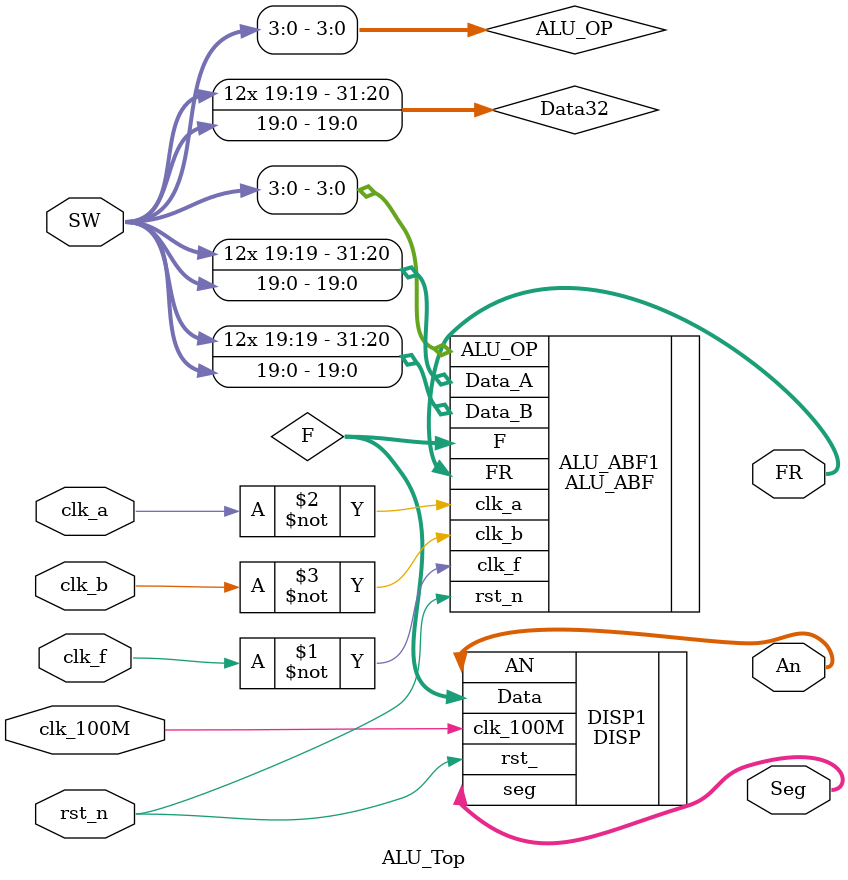
<source format=v>
`timescale 1ns / 1ps


module ALU_Top(
    input rst_n,clk_a,clk_b,clk_f,
    input clk_100M,
    input [19:0] SW,
    output [3:0] FR,
    output [7:0] An,
    output [7:0]Seg
    );
    
//     reg [31:0]F;
//     reg [31:0] Data_A,Data_B;
//     reg [3:0]Flag;
//     always @(negedge clk_n or posedge clk_a)
//            begin
//                if(!clk_n)
//                    begin
//                        Data_A = 32'b0;
//                        Data_B = 32'b0;
//                        F =32'b0;
//                        Flag = 4'b0;
//                    end
//                else
//                    Data_A= {{12{SW[19]}},SW[19:0]};
//             end   
    wire [31:0]F;
    wire [31:0] Data32;
    wire [3:0] ALU_OP; 
    assign ALU_OP = {SW[3:0]};                
    assign Data32={{12{SW[19]}},SW[19:0]};
    ALU_ABF ALU_ABF1(
            .rst_n(rst_n),
            .clk_f(~clk_f),
            .clk_a(~clk_a),
            .clk_b(~clk_b),
            .ALU_OP(ALU_OP),
            .Data_A(Data32),
            .Data_B(Data32),
            .FR(FR),
            .F(F)
            );
    DISP DISP1(
            .rst_(rst_n),
            .clk_100M(clk_100M),
            .Data(F),
            .AN(An),
            .seg(Seg)
            );
endmodule

</source>
